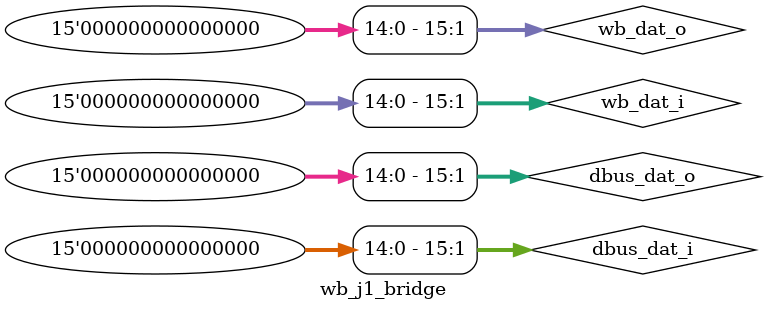
<source format=sv>
/* Bridge Wishbone to J1 ibus() and dbus() interfaces */

module wb_j1_bridge
  (if_ibus.slave ibus,
   if_dbus.slave dbus,
   if_wb.master  wb);

   wire  [15:0] dbus_dat_i, wb_dat_i;
   logic [15:0] dbus_dat_o, wb_dat_o;

`ifdef NO_MODPORT_EXPRESSIONS
   assign dbus_dat_i = dbus.dat_m;
   assign dbus.dat_s = dbus_dat_o;
   assign wb_dat_i   = wb.dat_s;
   assign wb.dat_m   = wb_dat_o;
`else
   assign dbus_dat_i = dbus.dat_i;
   assign dbus.dat_o = dbus_dat_o;
   assign wb_dat_i   = wb.dat_i;
   assign wb.dat_o   = wb_dat_o;
`endif

   /* connect to Wishbone interface with no wait states */
   always_comb
     begin
        wb.adr     = ibus.re ? ibus.adr : dbus.adr;
        wb.stb     = ibus.re | dbus.re | dbus.we;
        wb.cyc     = wb.stb | wb.ack; // FIXME
        wb.we      = dbus.we;
        wb_dat_o   = dbus_dat_i;
        ibus.dat   = wb_dat_i;
        dbus_dat_o = wb_dat_i;
     end
endmodule

</source>
